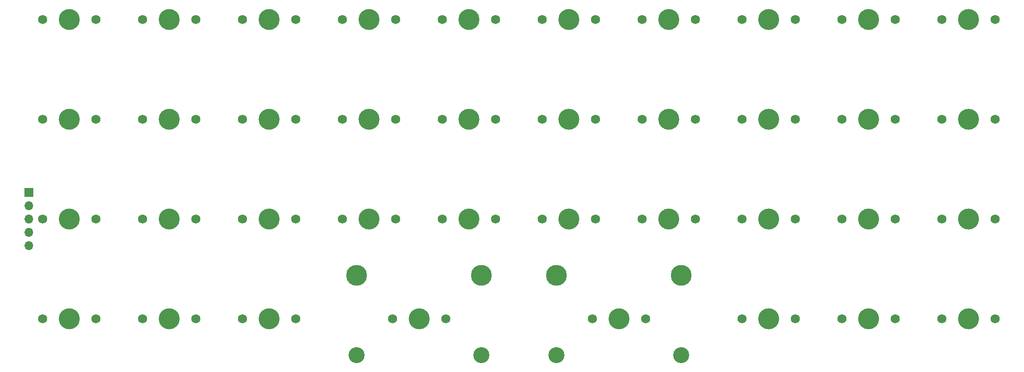
<source format=gts>
%TF.GenerationSoftware,KiCad,Pcbnew,8.0.5*%
%TF.CreationDate,2024-10-22T20:47:20-04:00*%
%TF.ProjectId,ortho,6f727468-6f2e-46b6-9963-61645f706362,rev?*%
%TF.SameCoordinates,PX1c62fe0PY650e7e0*%
%TF.FileFunction,Soldermask,Top*%
%TF.FilePolarity,Negative*%
%FSLAX46Y46*%
G04 Gerber Fmt 4.6, Leading zero omitted, Abs format (unit mm)*
G04 Created by KiCad (PCBNEW 8.0.5) date 2024-10-22 20:47:20*
%MOMM*%
%LPD*%
G01*
G04 APERTURE LIST*
%ADD10C,1.750000*%
%ADD11C,4.000000*%
%ADD12C,3.987800*%
%ADD13C,3.048000*%
%ADD14R,1.700000X1.700000*%
%ADD15O,1.700000X1.700000*%
G04 APERTURE END LIST*
D10*
%TO.C,MX26*%
X137794881Y28574976D03*
D11*
X142874880Y28574976D03*
D10*
X147954879Y28574976D03*
%TD*%
%TO.C,MX38*%
X23494977Y28574976D03*
D11*
X28574976Y28574976D03*
D10*
X33654975Y28574976D03*
%TD*%
%TO.C,MX27*%
X156844865Y28574976D03*
D11*
X161924864Y28574976D03*
D10*
X167004863Y28574976D03*
%TD*%
%TO.C,MX10*%
X175894850Y66674943D03*
D11*
X180974849Y66674943D03*
D10*
X186054848Y66674943D03*
%TD*%
%TO.C,MX36*%
X175894849Y9524992D03*
D11*
X180974848Y9524992D03*
D10*
X186054847Y9524992D03*
%TD*%
%TO.C,MX32*%
X71119937Y9524992D03*
D11*
X76199936Y9524992D03*
D10*
X81279935Y9524992D03*
%TD*%
%TO.C,MX2*%
X23494977Y66674943D03*
D11*
X28574976Y66674943D03*
D10*
X33654975Y66674943D03*
%TD*%
%TO.C,MX28*%
X175894849Y28574976D03*
D11*
X180974848Y28574976D03*
D10*
X186054847Y28574976D03*
%TD*%
%TO.C,MX20*%
X4444993Y28574976D03*
D11*
X9524992Y28574976D03*
D10*
X14604991Y28574976D03*
%TD*%
%TO.C,MX11*%
X4444993Y47624961D03*
D11*
X9524992Y47624961D03*
D10*
X14604991Y47624961D03*
%TD*%
%TO.C,MX24*%
X99694913Y28574975D03*
D11*
X104774912Y28574975D03*
D10*
X109854911Y28574975D03*
%TD*%
%TO.C,MX34*%
X137794880Y9524992D03*
D11*
X142874879Y9524992D03*
D10*
X147954878Y9524992D03*
%TD*%
D12*
%TO.C,S2*%
X126206155Y17779992D03*
D13*
X126206154Y2539992D03*
X102393654Y2539992D03*
D12*
X102393653Y17779992D03*
%TD*%
D10*
%TO.C,MX19*%
X175894849Y47624960D03*
D11*
X180974848Y47624960D03*
D10*
X186054847Y47624960D03*
%TD*%
%TO.C,MX22*%
X61594945Y28574975D03*
D11*
X66674944Y28574975D03*
D10*
X71754943Y28574975D03*
%TD*%
%TO.C,MX23*%
X80644929Y28574975D03*
D11*
X85724928Y28574975D03*
D10*
X90804927Y28574975D03*
%TD*%
%TO.C,MX3*%
X42544960Y66674943D03*
D11*
X47624959Y66674943D03*
D10*
X52704958Y66674943D03*
%TD*%
%TO.C,MX30*%
X23494977Y9524992D03*
D11*
X28574976Y9524992D03*
D10*
X33654975Y9524992D03*
%TD*%
%TO.C,MX15*%
X80644929Y47624961D03*
D11*
X85724928Y47624961D03*
D10*
X90804927Y47624961D03*
%TD*%
%TO.C,MX1*%
X4444993Y66674943D03*
D11*
X9524992Y66674943D03*
D10*
X14604991Y66674943D03*
%TD*%
%TO.C,MX4*%
X61594944Y66674943D03*
D11*
X66674943Y66674943D03*
D10*
X71754942Y66674943D03*
%TD*%
D12*
%TO.C,S1*%
X88106187Y17779992D03*
D13*
X88106186Y2539992D03*
X64293686Y2539992D03*
D12*
X64293685Y17779992D03*
%TD*%
D10*
%TO.C,MX6*%
X99694913Y66674943D03*
D11*
X104774912Y66674943D03*
D10*
X109854911Y66674943D03*
%TD*%
%TO.C,MX5*%
X80644929Y66674943D03*
D11*
X85724928Y66674943D03*
D10*
X90804927Y66674943D03*
%TD*%
%TO.C,MX14*%
X61594945Y47624961D03*
D11*
X66674944Y47624961D03*
D10*
X71754943Y47624961D03*
%TD*%
%TO.C,MX35*%
X156844865Y9524992D03*
D11*
X161924864Y9524992D03*
D10*
X167004863Y9524992D03*
%TD*%
%TO.C,MX8*%
X137794881Y66674943D03*
D11*
X142874880Y66674943D03*
D10*
X147954879Y66674943D03*
%TD*%
%TO.C,MX7*%
X118744897Y66674943D03*
D11*
X123824896Y66674943D03*
D10*
X128904895Y66674943D03*
%TD*%
%TO.C,MX16*%
X99694912Y47624960D03*
D11*
X104774911Y47624960D03*
D10*
X109854910Y47624960D03*
%TD*%
%TO.C,MX12*%
X23494977Y47624960D03*
D11*
X28574976Y47624960D03*
D10*
X33654975Y47624960D03*
%TD*%
%TO.C,MX9*%
X156844865Y66674943D03*
D11*
X161924864Y66674943D03*
D10*
X167004863Y66674943D03*
%TD*%
%TO.C,MX21*%
X42544961Y28574976D03*
D11*
X47624960Y28574976D03*
D10*
X52704959Y28574976D03*
%TD*%
%TO.C,MX29*%
X4444993Y9524992D03*
D11*
X9524992Y9524992D03*
D10*
X14604991Y9524992D03*
%TD*%
%TO.C,MX33*%
X109219905Y9524992D03*
D11*
X114299904Y9524992D03*
D10*
X119379903Y9524992D03*
%TD*%
%TO.C,MX31*%
X42544961Y9524992D03*
D11*
X47624960Y9524992D03*
D10*
X52704959Y9524992D03*
%TD*%
%TO.C,MX17*%
X118744897Y47624960D03*
D11*
X123824896Y47624960D03*
D10*
X128904895Y47624960D03*
%TD*%
%TO.C,MX13*%
X42544961Y47624960D03*
D11*
X47624960Y47624960D03*
D10*
X52704959Y47624960D03*
%TD*%
%TO.C,MX25*%
X118744897Y28574976D03*
D11*
X123824896Y28574976D03*
D10*
X128904895Y28574976D03*
%TD*%
%TO.C,MX37*%
X156844865Y47624960D03*
D11*
X161924864Y47624960D03*
D10*
X167004863Y47624960D03*
%TD*%
%TO.C,MX18*%
X137794881Y47624960D03*
D11*
X142874880Y47624960D03*
D10*
X147954879Y47624960D03*
%TD*%
D14*
%TO.C,J2*%
X1785936Y33649975D03*
D15*
X1785936Y31109975D03*
X1785936Y28569976D03*
X1785936Y26029975D03*
X1785936Y23489975D03*
%TD*%
M02*

</source>
